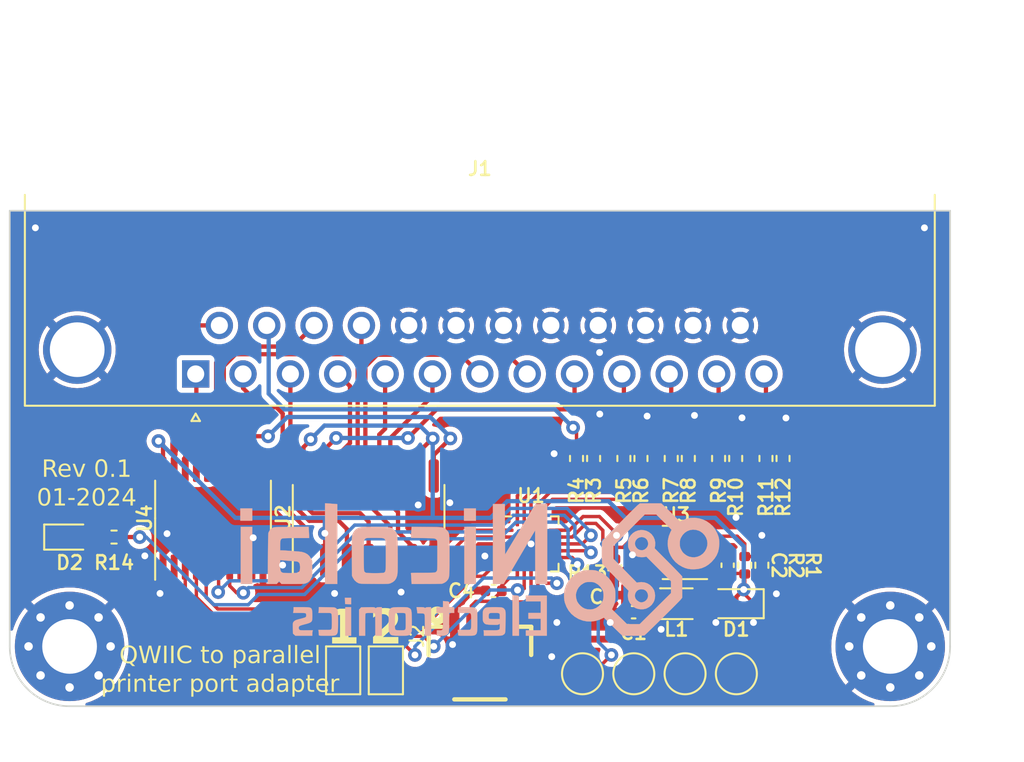
<source format=kicad_pcb>
(kicad_pcb (version 20231212) (generator "pcbnew") (generator_version "7.99")
  (layers (0 "F.Cu" signal) (31 "B.Cu" signal) (34 "B.Paste" user) (35 "F.Paste" user) (36 "B.SilkS" user "B.Silkscreen") (37 "F.SilkS" user "F.Silkscreen") (38 "B.Mask" user) (39 "F.Mask" user) (44 "Edge.Cuts" user))
  (net 0 "")
  (net 1 "SWIO")
  (net 2 "~{STROBE}")
  (net 3 "D0")
  (net 4 "D1")
  (net 5 "D2")
  (net 6 "D3")
  (net 7 "D4")
  (net 8 "D5")
  (net 9 "D6")
  (net 10 "D7")
  (net 11 "ACK")
  (net 12 "~{BUSY}")
  (net 13 "PE")
  (net 14 "SEL")
  (net 15 "~{AUTOFD}")
  (net 16 "ERROR")
  (net 17 "INIT")
  (net 18 "~{SELIN}")
  (net 19 "+5V")
  (net 20 "Net-(U3-FB)")
  (net 21 "ERROR_LV")
  (net 22 "ACK_LV")
  (net 23 "~{BUSY_LV}")
  (net 24 "PE_LV")
  (net 25 "SEL_LV")
  (net 26 "~{STROBE_LV}")
  (net 27 "~{AUTOFD_LV}")
  (net 28 "INIT_LV")
  (net 29 "5V_ENABLE")
  (net 30 "DATA_LV")
  (net 31 "CLK_LV")
  (net 32 "Net-(JP2-B)")
  (net 33 "Net-(D1-A)")
  (net 34 "DATA")
  (net 35 "CLK")
  (net 36 "~{SELIN_LV}")
  (net 39 "GND")
  (net 40 "+3.3V")
  (net 41 "SDA")
  (net 42 "SCL")
  (net 43 "Net-(JP1-B)")
  (net 44 "Net-(U1-PC4)")
  (net 45 "Net-(D2-A)")
  (footprint "TestPoint:TestPoint_Pad_D2.0mm" (layer "F.Cu") (at 15 27.1)
    (property "Reference" "TP4" (hide yes))
    (property "Value" "5v" (hide yes))
  )
  (footprint "Resistor_SMD:R_0402_1005Metric" (layer "F.Cu") (at 8.42 14.5 90)
    (property "Reference" "R5")
    (property "Value" "5.1k" (hide yes))
  )
  (footprint "Package_SO:TSSOP-20_4.4x6.5mm_P0.65mm" (layer "F.Cu") (at -15.61 18 90)
    (property "Reference" "U4")
    (property "Value" "74HCT541PW" (hide yes))
  )
  (footprint "Capacitor_SMD:C_0402_1005Metric" (layer "F.Cu") (at 8.99 23.5)
    (property "Reference" "C1")
    (property "Value" "1u" (hide yes))
  )
  (footprint "Capacitor_SMD:C_0402_1005Metric" (layer "F.Cu") (at 0.8 22.25)
    (property "Reference" "C4")
    (property "Value" "100n" (hide yes))
  )
  (footprint "Resistor_SMD:R_0402_1005Metric" (layer "F.Cu") (at 5.65 14.5 90)
    (property "Reference" "R4")
    (property "Value" "5.1k" (hide yes))
  )
  (footprint "custom:Inductor_MSC20FC" (layer "F.Cu") (at 11.49 23)
    (property "Reference" "L1")
    (property "Value" "10u" (hide yes))
  )
  (footprint "Diode_SMD:D_SOD-323" (layer "F.Cu") (at 14.99 23 180)
    (property "Reference" "D1")
    (property "Value" "1N5819WS" (hide yes))
  )
  (footprint "custom:1X04_1MM_RA_GND" (layer "F.Cu") (at 0 24)
    (property "Reference" "J2")
    (property "Value" "I2C" (hide yes))
  )
  (footprint "MountingHole:MountingHole_3.2mm_M3_Pad_Via" (layer "F.Cu") (at -24 25.5)
    (property "Reference" "H1" (hide yes))
    (property "Value" "~" (hide yes))
  )
  (footprint "Resistor_SMD:R_0402_1005Metric" (layer "F.Cu") (at 14.96 14.5 -90)
    (property "Reference" "R10")
    (property "Value" "10k" (hide yes))
  )
  (footprint "Capacitor_SMD:C_0402_1005Metric" (layer "F.Cu") (at 14.49 20.75 -90)
    (property "Reference" "C2")
    (property "Value" "1u" (hide yes))
  )
  (footprint "Package_TO_SOT_SMD:SOT-23-5" (layer "F.Cu") (at 11.49 20 180)
    (property "Reference" "U3")
    (property "Value" "AP3012" (hide yes))
  )
  (footprint "Jumper:SolderJumper-2_P1.3mm_Open_TrianglePad1.0x1.5mm" (layer "F.Cu") (at -5.5 26.9 90)
    (property "Reference" "JP1" (hide yes))
    (property "Value" "A1" (hide yes))
  )
  (footprint "Resistor_SMD:R_0402_1005Metric" (layer "F.Cu") (at 7.89 20.9 90)
    (property "Reference" "R13")
    (property "Value" "10k" (hide yes))
  )
  (footprint "Resistor_SMD:R_0402_1005Metric" (layer "F.Cu") (at 15.49 20.75 -90)
    (property "Reference" "R2")
    (property "Value" "30k" (hide yes))
  )
  (footprint "Capacitor_SMD:C_0402_1005Metric" (layer "F.Cu") (at 8.99 22.5)
    (property "Reference" "C3")
    (property "Value" "100n" (hide yes))
  )
  (footprint "Resistor_SMD:R_0402_1005Metric" (layer "F.Cu") (at -21.4 19.1)
    (property "Reference" "R14")
    (property "Value" "270" (hide yes))
  )
  (footprint "Resistor_SMD:R_0402_1005Metric" (layer "F.Cu") (at 16.49 20.75 90)
    (property "Reference" "R1")
    (property "Value" "10k" (hide yes))
  )
  (footprint "Resistor_SMD:R_0402_1005Metric" (layer "F.Cu") (at 13.96 14.5 90)
    (property "Reference" "R9")
    (property "Value" "5.1k" (hide yes))
  )
  (footprint "Jumper:SolderJumper-2_P1.3mm_Open_TrianglePad1.0x1.5mm" (layer "F.Cu") (at -8 26.9 90)
    (property "Reference" "JP2" (hide yes))
    (property "Value" "A0" (hide yes))
  )
  (footprint "Package_DFN_QFN:QFN-20-1EP_3x3mm_P0.4mm_EP1.65x1.65mm" (layer "F.Cu") (at 2.99 19.5)
    (property "Reference" "U1")
    (property "Value" "CH32V003F4U6" (hide yes))
  )
  (footprint "Resistor_SMD:R_0402_1005Metric" (layer "F.Cu") (at 17.73 14.5 -90)
    (property "Reference" "R12")
    (property "Value" "10k" (hide yes))
  )
  (footprint "TestPoint:TestPoint_Pad_D2.0mm" (layer "F.Cu") (at 9 27.1)
    (property "Reference" "TP2" (hide yes))
    (property "Value" "GND" (hide yes))
  )
  (footprint "Resistor_SMD:R_0402_1005Metric" (layer "F.Cu") (at 12.19 14.5 -90)
    (property "Reference" "R8")
    (property "Value" "10k" (hide yes))
  )
  (footprint "custom:OSHW-Logo2_7.3x6mm_Mask" (layer "F.Cu") (at 23 16)
    (property "Reference" "N2" (hide yes))
    (property "Value" "OSHW" (hide yes))
  )
  (footprint "Resistor_SMD:R_0402_1005Metric" (layer "F.Cu") (at 11.19 14.5 90)
    (property "Reference" "R7")
    (property "Value" "5.1k" (hide yes))
  )
  (footprint "MountingHole:MountingHole_3.2mm_M3_Pad_Via" (layer "F.Cu") (at 24 25.5)
    (property "Reference" "H2" (hide yes))
    (property "Value" "~" (hide yes))
  )
  (footprint "custom:DSUB-25_Female_Horizontal_P2.77x2.84mm_EdgePinOffset7.70mm_Housed_MountingHolesOffset9.12mm" (layer "F.Cu") (at 0 2.54 180)
    (property "Reference" "J1")
    (property "Value" "Parallel port" (hide yes))
  )
  (footprint "Package_SO:SO-14_3.9x8.65mm_P1.27mm" (layer "F.Cu") (at -6.51 18 90)
    (property "Reference" "U2")
    (property "Value" "74HC164" (hide yes))
  )
  (footprint "TestPoint:TestPoint_Pad_D2.0mm" (layer "F.Cu") (at 12 27.1)
    (property "Reference" "TP3" (hide yes))
    (property "Value" "3.3v" (hide yes))
  )
  (footprint "Resistor_SMD:R_0402_1005Metric" (layer "F.Cu") (at 16.73 14.5 90)
    (property "Reference" "R11")
    (property "Value" "5.1k" (hide yes))
  )
  (footprint "LED_SMD:LED_0603_1608Metric" (layer "F.Cu") (at -24 19.1)
    (property "Reference" "D2")
    (property "Value" "LED" (hide yes))
  )
  (footprint "Resistor_SMD:R_0402_1005Metric" (layer "F.Cu") (at 9.42 14.5 -90)
    (property "Reference" "R6")
    (property "Value" "10k" (hide yes))
  )
  (footprint "TestPoint:TestPoint_Pad_D2.0mm" (layer "F.Cu") (at 6 27.1)
    (property "Reference" "TP1" (hide yes))
    (property "Value" "SWIO" (hide yes))
  )
  (footprint "Resistor_SMD:R_0402_1005Metric" (layer "F.Cu") (at 6.65 14.5 -90)
    (property "Reference" "R3")
    (property "Value" "10k" (hide yes))
  )
  (footprint "custom:logo_nicolai" (layer "B.Cu") (at 0 21 180)
    (property "Reference" "N1" (hide yes))
    (property "Value" "Nicolai Electronics" (hide yes))
  )
  (gr_arc (start -24 29) (mid -26.474873 27.974873) (end -27.5 25.5) (stroke (width 0.1)) (layer "Edge.Cuts"))
  (gr_line (start 27.5 0) (end 27.5 25.5) (stroke (width 0.1)) (layer "Edge.Cuts"))
  (gr_line (start -27.5 0) (end 27.5 0) (stroke (width 0.1)) (layer "Edge.Cuts"))
  (gr_line (start 24 29) (end -24 29) (stroke (width 0.1)) (layer "Edge.Cuts"))
  (gr_line (start -27.5 25.5) (end -27.5 0) (stroke (width 0.1)) (layer "Edge.Cuts"))
  (gr_arc (start 27.5 25.5) (mid 26.474873 27.974873) (end 24 29) (stroke (width 0.1)) (layer "Edge.Cuts"))
  (gr_text "2" (at -5.5 24.5 0) (layer "F.SilkS") (effects (font (size 2 2) (thickness 0.3) (bold yes))))
  (gr_text "1" (at -8 24.5 0) (layer "F.SilkS") (effects (font (size 2 2) (thickness 0.3) (bold yes))))
  (gr_text "QWIIC to parallel\nprinter port adapter" (at -15.2 26.9 0) (layer "F.SilkS") (effects (font (size 1 1))))
  (gr_text "Rev 0.1\n01-2024" (at -23 16 0) (layer "F.SilkS") (effects (font (size 1 1))))
  (segment (start 4.44 18.7) (end 5.234364 18.7) (width 0.2) (layer "F.Cu") (net 1))
  (segment (start 7.99 19) (end 7.89 19.1) (width 0.2) (layer "F.Cu") (net 1))
  (segment (start 5.234364 18.7) (end 5.412182 18.522182) (width 0.2) (layer "F.Cu") (net 1))
  (segment (start 7.89 18.9) (end 7.99 19) (width 0.2) (layer "F.Cu") (net 1))
  (segment (start 6.19 27.1) (end 6.59 27.1) (width 0.2) (layer "F.Cu") (net 1))
  (segment (start 7.89 18.8) (end 7.89 18.9) (width 0.2) (layer "F.Cu") (net 1))
  (segment (start 5.412182 18.522182) (end 6.034365 17.9) (width 0.2) (layer "F.Cu") (net 1))
  (segment (start 6.99 17.9) (end 7.89 18.8) (width 0.2) (layer "F.Cu") (net 1))
  (segment (start 6.034365 17.9) (end 6.99 17.9) (width 0.2) (layer "F.Cu") (net 1))
  (segment (start 6.59 27.1) (end 7.69 26) (width 0.2) (layer "F.Cu") (net 1))
  (via (at 7.99 19) (size 0.8) (drill 0.4) (layers "F.Cu" "B.Cu") (net 1))
  (via (at 7.69 26) (size 0.8) (drill 0.4) (layers "F.Cu" "B.Cu") (net 1))
  (segment (start 7.69 26) (end 7.59 25.9) (width 0.2) (layer "B.Cu") (net 1))
  (segment (start 7.99 22.74005) (end 6.92 23.81005) (width 0.2) (layer "B.Cu") (net 1))
  (segment (start 6.92 25.23) (end 7.69 26) (width 0.2) (layer "B.Cu") (net 1))
  (segment (start 6.92 23.81005) (end 6.92 25.23) (width 0.2) (layer "B.Cu") (net 1))
  (segment (start 7.99 19) (end 7.99 22.74005) (width 0.2) (layer "B.Cu") (net 1))
  (segment (start -16.585 9.593375) (end -16.625 9.553375) (width 0.25) (layer "F.Cu") (net 2))
  (segment (start -16.585 15.1375) (end -16.585 9.593375) (width 0.25) (layer "F.Cu") (net 2))
  (segment (start -11.535 11.875) (end -11.91 11.5) (width 0.25) (layer "F.Cu") (net 3))
  (segment (start -9.978147 18.15) (end -11.535 16.593147) (width 0.25) (layer "F.Cu") (net 3))
  (segment (start -11.91 11.5) (end -12.74 11.5) (width 0.25) (layer "F.Cu") (net 3))
  (segment (start -8.26 18.15) (end -9.978147 18.15) (width 0.25) (layer "F.Cu") (net 3))
  (segment (start -13.855 10.385) (end -13.855 9.553375) (width 0.25) (layer "F.Cu") (net 3))
  (segment (start -12.74 11.5) (end -13.855 10.385) (width 0.25) (layer "F.Cu") (net 3))
  (segment (start -11.535 16.593147) (end -11.535 11.875) (width 0.25) (layer "F.Cu") (net 3))
  (segment (start -7.78 20.475) (end -7.78 18.63) (width 0.25) (layer "F.Cu") (net 3))
  (segment (start -7.78 18.63) (end -8.26 18.15) (width 0.25) (layer "F.Cu") (net 3))
  (segment (start -6.51 18.2) (end -6.51 20.475) (width 0.25) (layer "F.Cu") (net 4))
  (segment (start -7.01 17.7) (end -6.51 18.2) (width 0.25) (layer "F.Cu") (net 4))
  (segment (start -11.085 9.553375) (end -11.085 16.406751) (width 0.25) (layer "F.Cu") (net 4))
  (segment (start -11.085 16.406751) (end -9.791751 17.7) (width 0.25) (layer "F.Cu") (net 4))
  (segment (start -9.791751 17.7) (end -7.01 17.7) (width 0.25) (layer "F.Cu") (net 4))
  (segment (start -6.880908 16.825) (end -8.130908 16.825) (width 0.25) (layer "F.Cu") (net 5))
  (segment (start -8.405 14.405) (end -7.6 13.6) (width 0.25) (layer "F.Cu") (net 5))
  (segment (start -8.130908 16.825) (end -8.405 16.550908) (width 0.25) (layer "F.Cu") (net 5))
  (segment (start -5.24 20.475) (end -5.24 18.465908) (width 0.25) (layer "F.Cu") (net 5))
  (segment (start -7.6 10.268375) (end -8.19349 9.674885) (width 0.25) (layer "F.Cu") (net 5))
  (segment (start -7.6 13.6) (end -7.6 10.268375) (width 0.25) (layer "F.Cu") (net 5))
  (segment (start -8.405 16.550908) (end -8.405 14.405) (width 0.25) (layer "F.Cu") (net 5))
  (segment (start -5.24 18.465908) (end -6.880908 16.825) (width 0.25) (layer "F.Cu") (net 5))
  (segment (start -5.885 16.546751) (end -4.79 17.641751) (width 0.25) (layer "F.Cu") (net 6))
  (segment (start -4.79 17.641751) (end -4.79 18.8) (width 0.25) (layer "F.Cu") (net 6))
  (segment (start -5.545 12.76) (end -5.885 13.1) (width 0.25) (layer "F.Cu") (net 6))
  (segment (start -4.79 18.8) (end -3.97 19.62) (width 0.25) (layer "F.Cu") (net 6))
  (segment (start -5.545 9.553375) (end -5.545 12.76) (width 0.25) (layer "F.Cu") (net 6))
  (segment (start -5.885 13.1) (end -5.885 16.546751) (width 0.25) (layer "F.Cu") (net 6))
  (segment (start -3.97 19.62) (end -3.97 20.475) (width 0.25) (layer "F.Cu") (net 6))
  (segment (start -5.24 15.525) (end -5.24 13.304695) (width 0.25) (layer "F.Cu") (net 7))
  (segment (start -2.775 10.839695) (end -2.775 9.553375) (width 0.25) (layer "F.Cu") (net 7))
  (segment (start -5.24 13.304695) (end -2.775 10.839695) (width 0.25) (layer "F.Cu") (net 7))
  (segment (start -6.010991 8.428375) (end -6.7 9.117384) (width 0.25) (layer "F.Cu") (net 8))
  (segment (start -1.13 8.428375) (end -6.010991 8.428375) (width 0.25) (layer "F.Cu") (net 8))
  (segment (start -0.005 9.553375) (end -1.13 8.428375) (width 0.25) (layer "F.Cu") (net 8))
  (segment (start -6.7 13.81) (end -6.51 14) (width 0.25) (layer "F.Cu") (net 8))
  (segment (start -6.51 14) (end -6.51 15.525) (width 0.25) (layer "F.Cu") (net 8))
  (segment (start -6.7 9.117384) (end -6.7 13.81) (width 0.25) (layer "F.Cu") (net 8))
  (segment (start -7.78 15.525) (end -7.78 14.53) (width 0.25) (layer "F.Cu") (net 9))
  (segment (start -7.78 14.53) (end -7.15 13.9) (width 0.25) (layer "F.Cu") (net 9))
  (segment (start -6.197387 7.978375) (end 1.19 7.978375) (width 0.25) (layer "F.Cu") (net 9))
  (segment (start 1.19 7.978375) (end 2.765 9.553375) (width 0.25) (layer "F.Cu") (net 9))
  (segment (start -7.15 13.9) (end -7.15 8.930988) (width 0.25) (layer "F.Cu") (net 9))
  (segment (start -7.15 8.930988) (end -6.197387 7.978375) (width 0.25) (layer "F.Cu") (net 9))
  (segment (start 5.535 11.365) (end 5.275 11.625) (width 0.25) (layer "F.Cu") (net 10))
  (segment (start -9.05 13.94) (end -8.41 13.3) (width 0.25) (layer "F.Cu") (net 10))
  (segment (start -9.05 15.525) (end -9.05 13.94) (width 0.25) (layer "F.Cu") (net 10))
  (segment (start 5.535 9.553375) (end 5.535 11.365) (width 0.25) (layer "F.Cu") (net 10))
  (segment (start -2.535 11.625) (end -4.21 13.3) (width 0.25) (layer "F.Cu") (net 10))
  (segment (start 5.275 11.625) (end -2.535 11.625) (width 0.25) (layer "F.Cu") (net 10))
  (via (at -4.21 13.3) (size 0.8) (drill 0.4) (layers "F.Cu" "B.Cu") (net 10))
  (via (at -8.41 13.3) (size 0.8) (drill 0.4) (layers "F.Cu" "B.Cu") (net 10))
  (segment (start -4.21 13.3) (end -8.41 13.3) (width 0.25) (layer "B.Cu") (net 10))
  (segment (start 8.42 13.99) (end 8.42 9.668375) (width 0.25) (layer "F.Cu") (net 11))
  (segment (start 8.42 9.668375) (end 8.305 9.553375) (width 0.25) (layer "F.Cu") (net 11))
  (segment (start 11.19 9.668375) (end 11.075 9.553375) (width 0.25) (layer "F.Cu") (net 12))
  (segment (start 11.19 13.99) (end 11.19 9.668375) (width 0.25) (layer "F.Cu") (net 12))
  (segment (start 13.96 13.99) (end 13.96 9.668375) (width 0.25) (layer "F.Cu") (net 13))
  (segment (start 13.96 9.668375) (end 13.845 9.553375) (width 0.25) (layer "F.Cu") (net 13))
  (segment (start 16.73 9.668375) (end 16.615 9.553375) (width 0.25) (layer "F.Cu") (net 14))
  (segment (start 16.73 13.99) (end 16.73 9.668375) (width 0.25) (layer "F.Cu") (net 14))
  (segment (start -17.235 15.1375) (end -17.235 12.365) (width 0.25) (layer "F.Cu") (net 15))
  (segment (start -17.613375 6.713375) (end -15.24 6.713375) (width 0.25) (layer "F.Cu") (net 15))
  (segment (start -17.235 12.365) (end -18.3 11.3) (width 0.25) (layer "F.Cu") (net 15))
  (segment (start -18.3 11.3) (end -18.3 7.4) (width 0.25) (layer "F.Cu") (net 15))
  (segment (start -18.3 7.4) (end -17.613375 6.713375) (width 0.25) (layer "F.Cu") (net 15))
  (segment (start 5.65 12.9) (end 5.45 12.7) (width 0.2) (layer "F.Cu") (net 16))
  (segment (start 5.45 12.7) (end 5.45 12.69) (width 0.2) (layer "F.Cu") (net 16))
  (segment (start 5.65 13.99) (end 5.65 12.9) (width 0.2) (layer "F.Cu") (net 16))
  (via (at 5.45 12.69) (size 0.8) (drill 0.4) (layers "F.Cu" "B.Cu") (net 16))
  (segment (start -11.435991 11.625) (end -12.355 10.705991) (width 0.25) (layer "B.Cu") (net 16))
  (segment (start -12.355 6.828375) (end -12.47 6.713375) (width 0.25) (layer "B.Cu") (net 16))
  (segment (start 5.45 12.69) (end 4.385 11.625) (width 0.25) (layer "B.Cu") (net 16))
  (segment (start -12.355 10.705991) (end -12.355 6.828375) (width 0.25) (layer "B.Cu") (net 16))
  (segment (start 4.385 11.625) (end -11.435991 11.625) (width 0.25) (layer "B.Cu") (net 16))
  (segment (start -15.43 13.508604) (end -15.43 8.900988) (width 0.25) (layer "F.Cu") (net 17))
  (segment (start -15.43 8.900988) (end -14.479012 7.95) (width 0.25) (layer "F.Cu") (net 17))
  (segment (start -14.479012 7.95) (end -10.936625 7.95) (width 0.25) (layer "F.Cu") (net 17))
  (segment (start -15.935 15.1375) (end -15.935 14.013604) (width 0.25) (layer "F.Cu") (net 17))
  (segment (start -10.936625 7.95) (end -9.7 6.713375) (width 0.25) (layer "F.Cu") (net 17))
  (segment (start -15.935 14.013604) (end -15.43 13.508604) (width 0.25) (layer "F.Cu") (net 17))
  (segment (start -15.285 14) (end -15.285 15.1375) (width 0.25) (layer "F.Cu") (net 18))
  (segment (start -14.98 9.087384) (end -14.98 13.695) (width 0.25) (layer "F.Cu") (net 18))
  (segment (start -14.98 13.695) (end -15.285 14) (width 0.25) (layer "F.Cu") (net 18))
  (segment (start -14.292616 8.4) (end -14.98 9.087384) (width 0.25) (layer "F.Cu") (net 18))
  (segment (start -6.93 7.83) (end -7.5 8.4) (width 0.25) (layer "F.Cu") (net 18))
  (segment (start -6.93 6.713375) (end -6.93 7.83) (width 0.25) (layer "F.Cu") (net 18))
  (segment (start -7.5 8.4) (end -14.292616 8.4) (width 0.25) (layer "F.Cu") (net 18))
  (segment (start 15 27.1) (end 15 22.6) (width 0.25) (layer "F.Cu") (net 19))
  (segment (start -2.76 13.31) (end -2.77 13.32) (width 0.25) (layer "F.Cu") (net 19))
  (segment (start -18.8 13.44) (end -18.72 13.52) (width 0.25) (layer "F.Cu") (net 19))
  (segment (start 15.49 22.45) (end 16.04 23) (width 0.2) (layer "F.Cu") (net 19))
  (segment (start 14.49 21.23) (end 15.46 21.23) (width 0.2) (layer "F.Cu") (net 19))
  (segment (start -18.76 13.48) (end -18.8 13.48) (width 0.25) (layer "F.Cu") (net 19))
  (segment (start -18.535 15.1375) (end -18.535 13.705) (width 0.25) (layer "F.Cu") (net 19))
  (segment (start -9.86 13.38) (end -9.89 13.41) (width 0.25) (layer "F.Cu") (net 19))
  (segment (start -10.32 15.525) (end -10.32 13.84) (width 0.25) (layer "F.Cu") (net 19))
  (segment (start 15 22.6) (end 15.43 22.17) (width 0.25) (layer "F.Cu") (net 19))
  (segment (start -9.07 18.88) (end -9.07 18.87) (width 0.25) (layer "F.Cu") (net 19))
  (segment (start -9.07 18.87) (end -9.06 18.88) (width 0.25) (layer "F.Cu") (net 19))
  (segment (start 15.49 22.23) (end 15.49 22.45) (width 0.2) (layer "F.Cu") (net 19))
  (segment (start -2.78 13.33) (end -2.76 13.33) (width 0.25) (layer "F.Cu") (net 19))
  (segment (start 15.49 22.11) (end 15.43 22.17) (width 0.2) (layer "F.Cu") (net 19))
  (segment (start -3.97 14.52) (end -2.78 13.33) (width 0.25) (layer "F.Cu") (net 19))
  (segment (start -18.8 13.48) (end -18.8 13.44) (width 0.25) (layer "F.Cu") (net 19))
  (segment (start -3.97 15.525) (end -3.97 14.52) (width 0.25) (layer "F.Cu") (net 19))
  (segment (start 15.49 21.26) (end 15.49 22.11) (width 0.2) (layer "F.Cu") (net 19))
  (segment (start -18.535 13.705) (end -18.76 13.48) (width 0.25) (layer "F.Cu") (net 19))
  (segment (start -2.76 13.33) (end -2.76 13.31) (width 0.25) (layer "F.Cu") (net 19))
  (segment (start -10.32 13.84) (end -9.9 13.42) (width 0.25) (layer "F.Cu") (net 19))
  (segment (start -9.05 18.89) (end -9.06 18.88) (width 0.25) (layer "F.Cu") (net 19))
  (segment (start -9.06 18.88) (end -9.07 18.88) (width 0.25) (layer "F.Cu") (net 19))
  (segment (start -9.9 13.42) (end -9.9 13.38) (width 0.25) (layer "F.Cu") (net 19))
  (segment (start -9.05 20.475) (end -9.05 18.89) (width 0.25) (layer "F.Cu") (net 19))
  (segment (start 15.43 22.17) (end 15.49 22.23) (width 0.2) (layer "F.Cu") (net 19))
  (segment (start -9.9 13.38) (end -9.86 13.38) (width 0.25) (layer "F.Cu") (net 19))
  (via (at -9.9 13.38) (size 0.8) (drill 0.4) (layers "F.Cu" "B.Cu") (net 19))
  (via (at -9.07 18.88) (size 0.8) (drill 0.4) (layers "F.Cu" "B.Cu") (net 19))
  (via (at 15.43 22.17) (size 0.8) (drill 0.4) (layers "F.Cu" "B.Cu") (net 19))
  (via (at -2.76 13.33) (size 0.8) (drill 0.4) (layers "F.Cu" "B.Cu") (net 19))
  (via (at -18.8 13.48) (size 0.8) (drill 0.4) (layers "F.Cu" "B.Cu") (net 19))
  (segment (start -2.76 17.965) (end -2.77 17.975) (width 0.25) (layer "B.Cu") (net 19))
  (segment (start -9.05 17.975) (end -2.77 17.975) (width 0.25) (layer "B.Cu") (net 19))
  (segment (start -9.095 12.575) (end -3.515 12.575) (width 0.25) (layer "B.Cu") (net 19))
  (segment (start 15.43 19.64) (end 15.43 22.17) (width 0.25) (layer "B.Cu") (net 19))
  (segment (start 1.6 17) (end 7.525 17) (width 0.25) (layer "B.Cu") (net 19))
  (segment (start -3.515 12.575) (end -2.76 13.33) (width 0.25) (layer "B.Cu") (net 19))
  (segment (start -9.9 13.38) (end -9.095 12.575) (width 0.25) (layer "B.Cu") (net 19))
  (segment (start -2.76 13.33) (end -2.76 17.965) (width 0.25) (layer "B.Cu") (net 19))
  (segment (start -9.07 18.88) (end -9.07 17.995) (width 0.25) (layer "B.Cu") (net 19))
  (segment (start -9.07 17.995) (end -9.05 17.975) (width 0.25) (layer "B.Cu") (net 19))
  (segment (start 7.525 17) (end 8.5 17.975) (width 0.25) (layer "B.Cu") (net 19))
  (segment (start 8.5 17.975) (end 13.765 17.975) (width 0.25) (layer "B.Cu") (net 19))
  (segment (start -14.305 17.975) (end -9.05 17.975) (width 0.25) (layer "B.Cu") (net 19))
  (segment (start -18.8 13.48) (end -14.305 17.975) (width 0.25) (layer "B.Cu") (net 19))
  (segment (start 0.625 17.975) (end 1.6 17) (width 0.25) (layer "B.Cu") (net 19))
  (segment (start 13.765 17.975) (end 15.43 19.64) (width 0.25) (layer "B.Cu") (net 19))
  (segment (start -2.77 17.975) (end 0.625 17.975) (width 0.25) (layer "B.Cu") (net 19))
  (segment (start 15.49 19.49) (end 15.49 20.24) (width 0.2) (layer "F.Cu") (net 20))
  (segment (start 15.49 20.24) (end 16.49 20.24) (width 0.2) (layer "F.Cu") (net 20))
  (segment (start 12.6275 19.05) (end 15.05 19.05) (width 0.2) (layer "F.Cu") (net 20))
  (segment (start 15.05 19.05) (end 15.49 19.49) (width 0.2) (layer "F.Cu") (net 20))
  (segment (start 5.37 15.29) (end 5.65 15.01) (width 0.2) (layer "F.Cu") (net 21))
  (segment (start 3.582943 15.29) (end 5.37 15.29) (width 0.2) (layer "F.Cu") (net 21))
  (segment (start 5.65 15.01) (end 6.65 15.01) (width 0.2) (layer "F.Cu") (net 21))
  (segment (start 2.19 16.682942) (end 3.582943 15.29) (width 0.2) (layer "F.Cu") (net 21))
  (segment (start 2.19 18.05) (end 2.19 16.682942) (width 0.2) (layer "F.Cu") (net 21))
  (segment (start 7.74 15.69) (end 8.42 15.01) (width 0.2) (layer "F.Cu") (net 22))
  (segment (start 2.59 18.05) (end 2.59 16.848628) (width 0.2) (layer "F.Cu") (net 22))
  (segment (start 3.748628 15.69) (end 7.74 15.69) (width 0.2) (layer "F.Cu") (net 22))
  (segment (start 9.42 15.01) (end 8.42 15.01) (width 0.2) (layer "F.Cu") (net 22))
  (segment (start 2.59 16.848628) (end 3.748628 15.69) (width 0.2) (layer "F.Cu") (net 22))
  (segment (start 12.19 15.01) (end 11.19 15.01) (width 0.2) (layer "F.Cu") (net 23))
  (segment (start 3.914314 16.09) (end 10.11 16.09) (width 0.2) (layer "F.Cu") (net 23))
  (segment (start 2.99 18.05) (end 2.99 17.014314) (width 0.2) (layer "F.Cu") (net 23))
  (segment (start 10.11 16.09) (end 11.19 15.01) (width 0.2) (layer "F.Cu") (net 23))
  (segment (start 2.99 17.014314) (end 3.914314 16.09) (width 0.2) (layer "F.Cu") (net 23))
  (segment (start 14.96 15.01) (end 13.96 15.01) (width 0.2) (layer "F.Cu") (net 24))
  (segment (start 4.08 16.49) (end 12.48 16.49) (width 0.2) (layer "F.Cu") (net 24))
  (segment (start 3.39 18.05) (end 3.39 17.18) (width 0.2) (layer "F.Cu") (net 24))
  (segment (start 12.48 16.49) (end 13.96 15.01) (width 0.2) (layer "F.Cu") (net 24))
  (segment (start 3.39 17.18) (end 4.08 16.49) (width 0.2) (layer "F.Cu") (net 24))
  (segment (start 4.245686 16.89) (end 14.85 16.89) (width 0.2) (layer "F.Cu") (net 25))
  (segment (start 14.85 16.89) (end 16.73 15.01) (width 0.2) (layer "F.Cu") (net 25))
  (segment (start 17.73 15.01) (end 16.73 15.01) (width 0.2) (layer "F.Cu") (net 25))
  (segment (start 3.79 17.345686) (end 4.245686 16.89) (width 0.2) (layer "F.Cu") (net 25))
  (segment (start 3.79 18.05) (end 3.79 17.345686) (width 0.2) (layer "F.Cu") (net 25))
  (segment (start -0.64 20.051372) (end -0.088628 19.5) (width 0.2) (layer "F.Cu") (net 26))
  (segment (start -0.64 21.161924) (end -0.64 20.051372) (width 0.2) (layer "F.Cu") (net 26))
  (segment (start -15.66137 24.11) (end -3.588076 24.11) (width 0.2) (layer "F.Cu") (net 26))
  (segment (start -17.235 20.8625) (end -17.235 22.53637) (width 0.2) (layer "F.Cu") (net 26))
  (segment (start -0.088628 19.5) (end 1.54 19.5) (width 0.2) (layer "F.Cu") (net 26))
  (segment (start -17.235 22.53637) (end -15.66137 24.11) (width 0.2) (layer "F.Cu") (net 26))
  (segment (start -3.588076 24.11) (end -0.64 21.161924) (width 0.2) (layer "F.Cu") (net 26))
  (segment (start -0.305919 21.393529) (end 0.193529 21.393529) (width 0.2) (layer "F.Cu") (net 27))
  (segment (start -15.827055 24.51) (end -3.422391 24.51) (width 0.2) (layer "F.Cu") (net 27))
  (segment (start -3.422391 24.51) (end -0.305919 21.393529) (width 0.2) (layer "F.Cu") (net 27))
  (segment (start -17.885 20.8625) (end -17.885 22.452055) (width 0.2) (layer "F.Cu") (net 27))
  (segment (start 0.193529 21.393529) (end 0.99 20.597058) (width 0.2) (layer "F.Cu") (net 27))
  (segment (start 0.99 20.597058) (end 0.99 20.39) (width 0.2) (layer "F.Cu") (net 27))
  (segment (start 1.08 20.3) (end 1.54 20.3) (width 0.2) (layer "F.Cu") (net 27))
  (segment (start 0.99 20.39) (end 1.08 20.3) (width 0.2) (layer "F.Cu") (net 27))
  (segment (start -17.885 22.452055) (end -15.827055 24.51) (width 0.2) (layer "F.Cu") (net 27))
  (segment (start -1.04 19.885686) (end -0.254314 19.1) (width 0.2) (layer "F.Cu") (net 28))
  (segment (start -3.753762 23.71) (end -1.04 20.996238) (width 0.2) (layer "F.Cu") (net 28))
  (segment (start -15.495685 23.71) (end -3.753762 23.71) (width 0.2) (layer "F.Cu") (net 28))
  (segment (start -1.04 20.996238) (end -1.04 19.885686) (width 0.2) (layer "F.Cu") (net 28))
  (segment (start -16.585 20.8625) (end -16.585 22.620686) (width 0.2) (layer "F.Cu") (net 28))
  (segment (start -0.254314 19.1) (end 1.54 19.1) (width 0.2) (layer "F.Cu") (net 28))
  (segment (start -16.585 22.620686) (end -15.495685 23.71) (width 0.2) (layer "F.Cu") (net 28))
  (segment (start 8.830025 19.240025) (end 9.02005 19.05) (width 0.2) (layer "F.Cu") (net 29))
  (segment (start 4.44 19.1) (end 5.40005 19.1) (width 0.2) (layer "F.Cu") (net 29))
  (segment (start 8.37005 19.7) (end 7.89 19.7) (width 0.2) (layer "F.Cu") (net 29))
  (segment (start 7.59 19.7) (end 7.19 19.3) (width 0.2) (layer "F.Cu") (net 29))
  (segment (start 6.77995 18.3) (end 7.19 18.71005) (width 0.2) (layer "F.Cu") (net 29))
  (segment (start 5.40005 19.1) (end 6.20005 18.3) (width 0.2) (layer "F.Cu") (net 29))
  (segment (start 6.20005 18.3) (end 6.77995 18.3) (width 0.2) (layer "F.Cu") (net 29))
  (segment (start 9.02005 19.05) (end 10.3525 19.05) (width 0.2) (layer "F.Cu") (net 29))
  (segment (start 8.830025 19.240025) (end 8.37005 19.7) (width 0.2) (layer "F.Cu") (net 29))
  (segment (start 7.19 18.71005) (end 7.19 19.3) (width 0.2) (layer "F.Cu") (net 29))
  (segment (start 7.89 19.7) (end 7.59 19.7) (width 0.2) (layer "F.Cu") (net 29))
  (segment (start 7.89 20.39) (end 7.89 19.7) (width 0.2) (layer "F.Cu") (net 29))
  (segment (start -15.285 22.295) (end -15.31 22.32) (width 0.2) (layer "F.Cu") (net 30))
  (segment (start 4.44 19.5) (end 5.99 19.5) (width 0.2) (layer "F.Cu") (net 30))
  (segment (start 5.99 19.5) (end 6.49 19) (width 0.2) (layer "F.Cu") (net 30))
  (segment (start -15.285 20.8625) (end -15.285 22.295) (width 0.2) (layer "F.Cu") (net 30))
  (via (at 6.49 19) (size 0.8) (drill 0.4) (layers "F.Cu" "B.Cu") (net 30))
  (via (at -15.31 22.32) (size 0.8) (drill 0.4) (layers "F.Cu" "B.Cu") (net 30))
  (segment (start 0.80104 18.4) (end 1.77604 17.425) (width 0.2) (layer "B.Cu") (net 30))
  (segment (start -14.65 21.66) (end -10.585686 21.66) (width 0.2) (layer "B.Cu") (net 30))
  (segment (start 1.77604 17.425) (end 5.1 17.425) (width 0.2) (layer "B.Cu") (net 30))
  (segment (start -15.31 22.32) (end -14.65 21.66) (width 0.2) (layer "B.Cu") (net 30))
  (segment (start 5.1 17.425) (end 6.49 18.815) (width 0.2) (layer "B.Cu") (net 30))
  (segment (start -7.325686 18.4) (end 0.80104 18.4) (width 0.2) (layer "B.Cu") (net 30))
  (segment (start -10.585686 21.66) (end -7.325686 18.4) (width 0.2) (layer "B.Cu") (net 30))
  (segment (start 6.49 18.815) (end 6.49 19) (width 0.2) (layer "B.Cu") (net 30))
  (segment (start -14.635 20.8625) (end -14.635 21.955) (width 0.2) (layer "F.Cu") (net 31))
  (segment (start -14.23 22.36) (end -13.84 22.36) (width 0.2) (layer "F.Cu") (net 31))
  (segment (start 4.44 19.9) (end 6.39 19.9) (width 0.2) (layer "F.Cu") (net 31))
  (segment (start -14.635 21.955) (end -14.28 22.31) (width 0.2) (layer "F.Cu") (net 31))
  (segment (start -14.28 22.31) (end -14.23 22.36) (width 0.2) (layer "F.Cu") (net 31))
  (segment (start 6.39 19.9) (end 6.49 20) (width 0.2) (layer "F.Cu") (net 31))
  (via (at 6.49 20) (size 0.8) (drill 0.4) (layers "F.Cu" "B.Cu") (net 31))
  (via (at -13.84 22.36) (size 0.8) (drill 0.4) (layers "F.Cu" "B.Cu") (net 31))
  (segment (start -10.42 22.06) (end -7.16 18.8) (width 0.2) (layer "B.Cu") (net 31))
  (segment (start 4.934314 17.825) (end 5.554657 18.445343) (width 0.2) (layer "B.Cu") (net 31))
  (segment (start -13.84 22.36) (end -13.54 22.06) (width 0.2) (layer "B.Cu") (net 31))
  (segment (start 0.966726 18.8) (end 1.941726 17.825) (width 0.2) (layer "B.Cu") (net 31))
  (segment (start 1.941726 17.825) (end 4.934314 17.825) (width 0.2) (layer "B.Cu") (net 31))
  (segment (start 5.554657 19.064657) (end 6.49 20) (width 0.2) (layer "B.Cu") (net 31))
  (segment (start -13.54 22.06) (end -10.42 22.06) (width 0.2) (layer "B.Cu") (net 31))
  (segment (start -7.16 18.8) (end 0.966726 18.8) (width 0.2) (layer "B.Cu") (net 31))
  (segment (start 5.554657 18.445343) (end 5.554657 19.064657) (width 0.2) (layer "B.Cu") (net 31))
  (segment (start -6.735 24.91) (end -3.29 24.91) (width 0.2) (layer "F.Cu") (net 32))
  (segment (start 2.2 22.2) (end 2.4 22.3) (width 0.2) (layer "F.Cu") (net 32))
  (segment (start -3.29 24.91) (end -2.7 25.5) (width 0.2) (layer "F.Cu") (net 32))
  (segment (start 2.59 22.11) (end 2.2 22.2) (width 0.2) (layer "F.Cu") (net 32))
  (segment (start 2.59 20.95) (end 2.59 22.11) (width 0.2) (layer "F.Cu") (net 32))
  (segment (start -8 26.175) (end -6.735 24.91) (width 0.2) (layer "F.Cu") (net 32))
  (segment (start -2.7 25.5) (end -2.9 25.4) (width 0.2) (layer "F.Cu") (net 32))
  (via (at 2.2 22.2) (size 0.8) (drill 0.4) (layers "F.Cu" "B.Cu") (net 32))
  (via (at -2.7 25.5) (size 0.8) (drill 0.4) (layers "F.Cu" "B.Cu") (net 32))
  (segment (start 2.2 22.2) (end 0.6 22.2) (width 0.2) (layer "B.Cu") (net 32))
  (segment (start 0.6 22.2) (end -2.7 25.5) (width 0.2) (layer "B.Cu") (net 32))
  (segment (start 12.215 21.3625) (end 12.215 23) (width 0.2) (layer "F.Cu") (net 33))
  (segment (start 12.215 23) (end 13.94 23) (width 0.2) (layer "F.Cu") (net 33))
  (segment (start 12.6275 20.95) (end 12.215 21.3625) (width 0.2) (layer "F.Cu") (net 33))
  (segment (start -14.635 15.1375) (end -14.635 15.874999) (width 0.25) (layer "F.Cu") (net 34))
  (segment (start -12.564543 16.2) (end -10.32 18.444543) (width 0.25) (layer "F.Cu") (net 34))
  (segment (start -14.635 15.874999) (end -14.309999 16.2) (width 0.25) (layer "F.Cu") (net 34))
  (segment (start -14.309999 16.2) (end -12.564543 16.2) (width 0.25) (layer "F.Cu") (net 34))
  (segment (start -10.32 18.444543) (end -10.32 20.475) (width 0.25) (layer "F.Cu") (net 34))
  (segment (start -13.61 13.2) (end -12.39 13.2) (width 0.25) (layer "F.Cu") (net 35))
  (segment (start -13.985 13.575) (end -13.61 13.2) (width 0.25) (layer "F.Cu") (net 35))
  (segment (start -2.7 14.3) (end -1.73 13.33) (width 0.25) (layer "F.Cu") (net 35))
  (segment (start -2.7 15.525) (end -2.7 14.3) (width 0.25) (layer "F.Cu") (net 35))
  (segment (start -13.985 15.1375) (end -13.985 13.575) (width 0.25) (layer "F.Cu") (net 35))
  (via (at -12.39 13.2) (size 0.8) (drill 0.4) (layers "F.Cu" "B.Cu") (net 35))
  (via (at -1.73 13.33) (size 0.8) (drill 0.4) (layers "F.Cu" "B.Cu") (net 35))
  (segment (start -1.73 13.25) (end -2.905 12.075) (width 0.25) (layer "B.Cu") (net 35))
  (segment (start -11.265 12.075) (end -11.14 12.075) (width 0.25) (layer "B.Cu") (net 35))
  (segment (start -11.14 12.075) (end -2.905 12.075) (width 0.25) (layer "B.Cu") (net 35))
  (segment (start -1.65 13.33) (end -1.71 13.27) (width 0.25) (layer "B.Cu") (net 35))
  (segment (start -1.73 13.33) (end -1.65 13.33) (width 0.25) (layer "B.Cu") (net 35))
  (segment (start -12.39 13.2) (end -11.265 12.075) (width 0.25) (layer "B.Cu") (net 35))
  (segment (start -1.73 13.33) (end -1.73 13.25) (width 0.25) (layer "B.Cu") (net 35))
  (segment (start -1.44 19.72) (end -0.42 18.7) (width 0.2) (layer "F.Cu") (net 36))
  (segment (start -15.33 23.31) (end -3.919448 23.31) (width 0.2) (layer "F.Cu") (net 36))
  (segment (start -16.01 20.9375) (end -16.01 22.63) (width 0.2) (layer "F.Cu") (net 36))
  (segment (start -0.42 18.7) (end 1.54 18.7) (width 0.2) (layer "F.Cu") (net 36))
  (segment (start -1.44 20.830552) (end -1.44 19.72) (width 0.2) (layer "F.Cu") (net 36))
  (segment (start -3.919448 23.31) (end -1.44 20.830552) (width 0.2) (layer "F.Cu") (net 36))
  (segment (start -16.01 22.63) (end -15.33 23.31) (width 0.2) (layer "F.Cu") (net 36))
  (segment (start 1.54 19.9) (end 0.52 19.9) (width 0.2) (layer "F.Cu") (net 39))
  (segment (start 21 22.5) (end 17.42 22.5) (width 0.2) (layer "F.Cu") (net 39))
  (segment (start -13.985 20.8625) (end -13.985 20.065122) (width 0.4) (layer "F.Cu") (net 39))
  (segment (start -18.8725 20.8625) (end -18.535 20.8625) (width 0.2) (layer "F.Cu") (net 39))
  (segment (start -13.985 20.065122) (end -14.325122 19.725) (width 0.4) (layer "F.Cu") (net 39))
  (segment (start 14.22 20) (end 14.49 20.27) (width 0.2) (layer "F.Cu") (net 39))
  (segment (start 0.52 19.9) (end 0.29 20.13) (width 0.2) (layer "F.Cu") (net 39))
  (segment (start 0.29 20.13) (end 0.29 20.21) (width 0.2) (layer "F.Cu") (net 39))
  (segment (start 0.29 20.21) (end 0.21 20.21) (width 0.2) (layer "F.Cu") (net 39))
  (segment (start 22.302944 23.802944) (end 21 22.5) (width 0.2) (layer "F.Cu") (net 39))
  (segment (start 0.32 22.25) (end -0.37193 22.25) (width 0.2) (layer "F.Cu") (net 39))
  (segment (start -19.37 11.25) (end -20.438375 11.25) (width 0.25) (layer "F.Cu") (net 39))
  (segment (start -1.4986 23.37667) (end -0.37193 22.25) (width 0.25) (layer "F.Cu") (net 39))
  (segment (start -14.325122 19.725) (end -18.215 19.725) (width 0.4) (layer "F.Cu") (net 39))
  (segment (start -18.535 20.045) (end -18.535 20.8625) (width 0.4) (layer "F.Cu") (net 39))
  (segment (start 17.42 22.5) (end 17.34 22.42) (width 0.2) (layer "F.Cu") (net 39))
  (segment (start -2.7 20.475) (end -2.7 21.449999) (width 0.25) (layer "F.Cu") (net 39))
  (segment (start -20.9 22.4) (end -22.302944 23.802944) (width 0.2) (layer "F.Cu") (net 39))
  (segment (start -18.215 19.725) (end -18.535 20.045) (width 0.4) (layer "F.Cu") (net 39))
  (segment (start -1.4986 24) (end -1.4986 23.37667) (width 0.25) (layer "F.Cu") (net 39))
  (segment (start -20.438375 11.25) (end -23.555 8.133375) (width 0.25) (layer "F.Cu") (net 39))
  (segment (start 12.6275 20) (end 14.22 20) (width 0.2) (layer "F.Cu") (net 39))
  (segment (start -17.885 12.735) (end -19.37 11.25) (width 0.25) (layer "F.Cu") (net 39))
  (segment (start -18.71 22.4) (end -20.9 22.4) (width 0.2) (layer "F.Cu") (net 39))
  (segment (start -3.570001 22.32) (end -4.61 22.32) (width 0.25) (layer "F.Cu") (net 39))
  (segment (start -17.885 15.1375) (end -17.885 12.735) (width 0.25) (layer "F.Cu") (net 39))
  (segment (start -2.7 21.449999) (end -3.570001 22.32) (width 0.25) (layer "F.Cu") (net 39))
  (segment (start 0.21 20.21) (end 0.27 20.15) (width 0.2) (layer "F.Cu") (net 39))
  (via (at 17.34 22.42) (size 0.8) (drill 0.4) (layers "F.Cu" "B.Cu") (net 39))
  (via (at -3.61 17.22) (size 0.8) (drill 0.4) (layers "F.Cu" "B.Cu") (net 39))
  (via (at -19.6 20.2) (size 0.8) (drill 0.4) (layers "F.Cu" "B.Cu") (net 39))
  (via (at 9.78 12.02) (size 0.8) (drill 0.4) (layers "F.Cu" "B.Cu") (net 39))
  (via (at 8.92 20.14) (size 0.8) (drill 0.4) (layers "F.Cu" "B.Cu") (net 39))
  (via (at -4.61 22.32) (size 0.8) (drill 0.4) (layers "F.Cu" "B.Cu") (net 39))
  (via (at 26 1) (size 0.8) (drill 0.4) (layers "F.Cu" "B.Cu") (net 39))
  (via (at 4.34 14.22) (size 0.8) (drill 0.4) (layers "F.Cu" "B.Cu") (net 39))
  (via (at 7 8.3) (size 0.8) (drill 0.4) (layers "F.Cu" "B.Cu") (net 39))
  (via (at 16 24.1) (size 0.8) (drill 0.4) (layers "F.Cu" "B.Cu") (net 39))
  (via (at 2.99 19.5) (size 0.8) (drill 0.4) (layers "F.Cu" "B.Cu") (net 39))
  (via (at 14.98 17.95) (size 0.8) (drill 0.4) (layers "F.Cu" "B.Cu") (net 39))
  (via (at -1.76 17.09) (size 0.8) (drill 0.4) (layers "F.Cu" "B.Cu") (net 39))
  (via (at 10.6 24.5) (size 0.8) (drill 0.4) (layers "F.Cu" "B.Cu") (net 39))
  (via (at 16.49 19) (size 0.8) (drill 0.4) (layers "F.Cu" "B.Cu") (net 39))
  (via (at -11.54 20.74) (size 0.8) (drill 0.4) (layers "F.Cu" "B.Cu") (net 39))
  (via (at 4.2 26.1) (size 0.8) (drill 0.4) (layers "F.Cu" "B.Cu") (net 39))
  (via (at -26 1) (size 0.8) (drill 0.4) (layers "F.Cu" "B.Cu") (net 39))
  (via (at 13.8 24.1) (size 0.8) (drill 0.4) (layers "F.Cu" "B.Cu") (net 39))
  (via (at 4.5 24.1) (size 0.8) (drill 0.4) (layers "F.Cu" "B.Cu") (net 39))
  (via (at -18.71 22.4) (size 0.8) (drill 0.4) (layers "F.Cu" "B.Cu") (net 39))
  (via (at -18.3 18.9) (size 0.8) (drill 0.4) (layers "F.Cu" "B.Cu") (net 39))
  (via (at 12.55 11.98) (size 0.8) (drill 0.4) (layers "F.Cu" "B.Cu") (net 39))
  (via (at 7.01 11.9) (size 0.8) (drill 0.4) (layers "F.Cu" "B.Cu") (net 39))
  (via (at 15.33 12.12) (size 0.8) (drill 0.4) (layers "F.Cu" "B.Cu") (net 39))
  (via (at -8.5 22.4) (size 0.8) (drill 0.4) (layers "F.Cu" "B.Cu") (net 39))
  (via (at -1.6 25.39) (size 0.8) (drill 0.4) (layers "F.Cu" "B.Cu") (net 39))
  (via (at 17.9 12.13) (size 0.8) (drill 0.4) (layers "F.Cu" "B.Cu") (net 39))
  (via (at 0.29 20.21) (size 0.8) (drill 0.4) (layers "F.Cu" "B.Cu") (net 39))
  (via (at -13.26 19.14) (size 0.8) (drill 0.4) (layers "F.Cu" "B.Cu") (net 39))
  (via (at 7.62 24.1) (size 0.8) (drill 0.4) (layers "F.Cu" "B.Cu") (net 39))
  (segment (start 9.47 23.03) (end 9.5 23) (width 0.4) (layer "F.Cu") (net 40))
  (segment (start 9.06563 25.07437) (end 9.5 25.07437) (width 0.4) (layer "F.Cu") (net 40))
  (segment (start 9.97437 25.07437) (end 12 27.1) (width 0.4) (layer "F.Cu") (net 40))
  (segment (start 9.47 25.04437) (end 9.5 25.07437) (width 0.4) (layer "F.Cu") (net 40))
  (segment (start -0.20188 25.07437) (end -0.49784 24.77841) (width 0.4) (layer "F.Cu") (net 40))
  (segment (start 10.765 21.3625) (end 10.765 23) (width 0.2) (layer "F.Cu") (net 40))
  (segment (start 2.19 21.41) (end 2.1 21.5) (width 0.2) (layer "F.Cu") (net 40))
  (segment (start -0.49784 24) (end -0.49784 23.12563) (width 0.2) (layer "F.Cu") (net 40))
  (segment (start 9.47 23.5) (end 9.47 25.04437) (width 0.4) (layer "F.Cu") (net 40))
  (segment (start 9.47 22.5) (end 9.47 23.03) (width 0.4) (layer "F.Cu") (net 40))
  (segment (start 1.720001 21.5) (end 1.28 21.940001) (width 0.2) (layer "F.Cu") (net 40))
  (segment (start 2.1 21.5) (end 1.720001 21.5) (width 0.2) (layer "F.Cu") (net 40))
  (segment (start 10.3525 20.95) (end 10.765 21.3625) (width 0.2) (layer "F.Cu") (net 40))
  (segment (start 9.5 23) (end 10.765 23) (width 0.4) (layer "F.Cu") (net 40))
  (segment (start -0.23221 22.86) (end 0.67 22.86) (width 0.2) (layer "F.Cu") (net 40))
  (segment (start -0.49784 23.12563) (end -0.23221 22.86) (width 0.2) (layer "F.Cu") (net 40))
  (segment (start 9.06563 25.07437) (end -0.20188 25.07437) (width 0.4) (layer "F.Cu") (net 40))
  (segment (start 0.67 22.86) (end 1.28 22.25) (width 0.2) (layer "F.Cu") (net 40))
  (segment (start 1.28 21.940001) (end 1.28 22.25) (width 0.2) (layer "F.Cu") (net 40))
  (segment (start 2.19 20.95) (end 2.19 21.41) (width 0.2) (layer "F.Cu") (net 40))
  (segment (start 9.5 25.07437) (end 9.97437 25.07437) (width 0.4) (layer "F.Cu") (net 40))
  (segment (start 9.47 23.03) (end 9.47 23.5) (width 0.4) (layer "F.Cu") (net 40))
  (segment (start -0.49784 24.77841) (end -0.49784 24) (width 0.4) (layer "F.Cu") (net 40))
  (segment (start 0.49784 23.60216) (end 1.2 22.9) (width 0.2) (layer "F.Cu") (net 41))
  (segment (start 0.49784 24) (end 0.49784 23.60216) (width 0.2) (layer "F.Cu") (net 41))
  (segment (start 2.9 22.9) (end 2.99 22.81) (width 0.2) (layer "F.Cu") (net 41))
  (segment (start 1.2 22.9) (end 2.9 22.9) (width 0.2) (layer "F.Cu") (net 41))
  (segment (start 2.99 22.81) (end 2.99 20.95) (width 0.2) (layer "F.Cu") (net 41))
  (segment (start 3.39 23.11) (end 3.2 23.3) (width 0.2) (layer "F.Cu") (net 42))
  (segment (start 1.9 23.3) (end 1.4986 23.7014) (width 0.2) (layer "F.Cu") (net 42))
  (segment (start 3.2 23.3) (end 1.9 23.3) (width 0.2) (layer "F.Cu") (net 42))
  (segment (start 3.39 20.95) (end 3.39 23.11) (width 0.2) (layer "F.Cu") (net 42))
  (segment (start 1.4986 23.7014) (end 1.4986 24) (width 0.2) (layer "F.Cu") (net 42))
  (segment (start 3.79 21.69) (end 3.9 21.8) (width 0.2) (layer "F.Cu") (net 43))
  (segment (start -5.5 26.175) (end -5.5 25.41) (width 0.2) (layer "F.Cu") (net 43))
  (segment (start 3.79 20.95) (end 3.79 21.69) (width 0.2) (layer "F.Cu") (net 43))
  (segment (start 4.3 21.8) (end 4.5 21.8) (width 0.2) (layer "F.Cu") (net 43))
  (segment (start -5.5 25.41) (end -5.4 25.31) (width 0.2) (layer "F.Cu") (net 43))
  (segment (start 3.9 21.8) (end 4.3 21.8) (width 0.2) (layer "F.Cu") (net 43))
  (segment (start -3.8 26) (end -3.7 25.8) (width 0.2) (layer "F.Cu") (net 43))
  (segment (start -5.4 25.31) (end -4.49 25.31) (width 0.2) (layer "F.Cu") (net 43))
  (segment (start -4.49 25.31) (end -3.8 26) (width 0.2) (layer "F.Cu") (net 43))
  (via (at 4.5 21.8) (size 0.8) (drill 0.4) (layers "F.Cu" "B.Cu") (net 43))
  (via (at -3.8 26) (size 0.8) (drill 0.4) (layers "F.Cu" "B.Cu") (net 43))
  (segment (start 0.2 21.5) (end -3.8 25.5) (width 0.2) (layer "B.Cu") (net 43))
  (segment (start 4.2 21.5) (end 0.2 21.5) (width 0.2) (layer "B.Cu") (net 43))
  (segment (start 4.5 21.8) (end 4.2 21.5) (width 0.2) (layer "B.Cu") (net 43))
  (segment (start -3.8 25.5) (end -3.8 26) (width 0.2) (layer "B.Cu") (net 43))
  (segment (start 5.8 20.7) (end 5.7 20.6) (width 0.2) (layer "F.Cu") (net 44))
  (segment (start -20 19.1) (end -19.9 19.1) (width 0.25) (layer "F.Cu") (net 44))
  (segment (start -19.9 19) (end -19.9 19) (width 0.25) (layer "F.Cu") (net 44))
  (segment (start 4.44 20.3) (end 5.4 20.3) (width 0.2) (layer "F.Cu") (net 44))
  (segment (start 5.7 20.7) (end 5.8 20.7) (width 0.2) (layer "F.Cu") (net 44))
  (segment (start -20 19.1) (end -20 19.1) (width 0.25) (layer "F.Cu") (net 44))
  (segment (start -19.9 19.1) (end -19.9 19) (width 0.25) (layer "F.Cu") (net 44))
  (segment (start 5.7 20.6) (end 5.7 20.7) (width 0.2) (layer "F.Cu") (net 44))
  (segment (start 5.4 20.3) (end 5.7 20.6) (width 0.2) (layer "F.Cu") (net 44))
  (segment (start -20.89 19.1) (end -20 19.1) (width 0.25) (layer "F.Cu") (net 44))
  (via (at 5.7 20.7) (size 0.8) (drill 0.4) (layers "F.Cu" "B.Cu") (net 44))
  (via (at -19.9 19.1) (size 0.8) (drill 0.4) (layers "F.Cu" "B.Cu") (net 44))
  (segment (start 4.725 18.225) (end 4.4 18.225) (width 0.2) (layer "B.Cu") (net 44))
  (segment (start -15.55995 23.06) (end -19.51995 19.1) (width 0.2) (layer "B.Cu") (net 44))
  (segment (start 2.107412 18.225) (end 1.716206 18.616206) (width 0.2) (layer "B.Cu") (net 44))
  (segment (start -10.254315 22.46) (end -12.95005 22.46) (width 0.2) (layer "B.Cu") (net 44))
  (segment (start 5.154657 18.654657) (end 4.725 18.225) (width 0.2) (layer "B.Cu") (net 44))
  (segment (start 4.4 18.225) (end 2.107412 18.225) (width 0.2) (layer "B.Cu") (net 44))
  (segment (start 1.132411 19.2) (end 0.4 19.2) (width 0.2) (layer "B.Cu") (net 44))
  (segment (start -19.51995 19.1) (end -19.9 19.1) (width 0.2) (layer "B.Cu") (net 44))
  (segment (start -9.347157 21.552843) (end -9.397157 21.602843) (width 0.2) (layer "B.Cu") (net 44))
  (segment (start 5.7 20.7) (end 5.154657 20.154657) (width 0.2) (layer "B.Cu") (net 44))
  (segment (start -6.994314 19.2) (end -7.197157 19.402843) (width 0.2) (layer "B.Cu") (net 44))
  (segment (start 5.154657 20.154657) (end 5.154657 18.898971) (width 0.2) (layer "B.Cu") (net 44))
  (segment (start 5.154657 18.898971) (end 5.154657 18.654657) (width 0.2) (layer "B.Cu") (net 44))
  (segment (start -9.347157 21.552843) (end -10.254315 22.46) (width 0.2) (layer "B.Cu") (net 44))
  (segment (start 1.716206 18.616206) (end 1.132411 19.2) (width 0.2) (layer "B.Cu") (net 44))
  (segment (start 0.4 19.2) (end -6.994314 19.2) (width 0.2) (layer "B.Cu") (net 44))
  (segment (start -13.55005 23.06) (end -15.55995 23.06) (width 0.2) (layer "B.Cu") (net 44))
  (segment (start -7.197157 19.402843) (end -9.347157 21.552843) (width 0.2) (layer "B.Cu") (net 44))
  (segment (start -12.95005 22.46) (end -13.55005 23.06) (width 0.2) (layer "B.Cu") (net 44))
  (segment (start -23.2125 19.1) (end -21.91 19.1) (width 0.25) (layer "F.Cu") (net 45))
  (zone (net 39) (net_name "GND") (layers "F&B.Cu") (connect_pads (clearance 0.3)) (min_thickness 0.2) (fill yes (thermal_gap 0.25) (thermal_bridge_width 0.5))
    (polygon (pts (xy 31.829949 -2.275225) (xy -28.070051 -2.075225) (xy -27.890051 32.284775) (xy 31.609949 32.184775)))
  )
)
</source>
